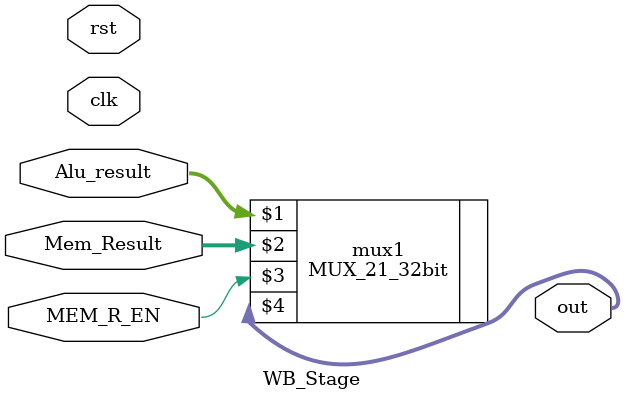
<source format=v>
module WB_Stage(clk, rst, Alu_result, Mem_Result, MEM_R_EN, out);
    input clk, rst, MEM_R_EN;
    input [31:0] Alu_result, Mem_Result;
    output [31:0] out;

    MUX_21_32bit mux1(Alu_result, Mem_Result, MEM_R_EN, out);
endmodule


</source>
